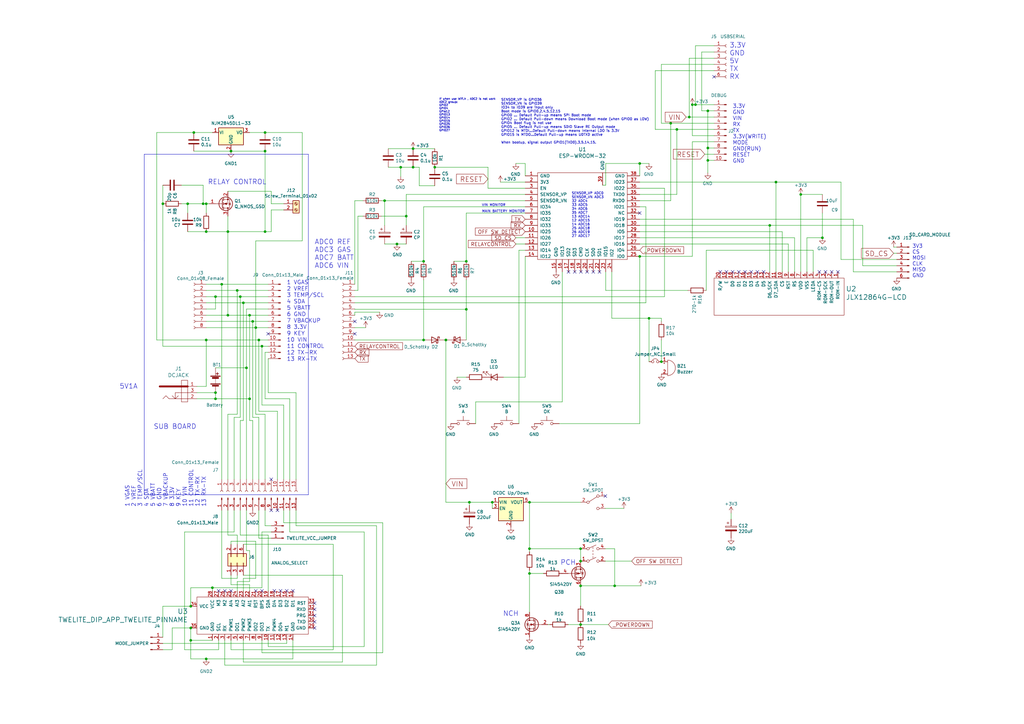
<source format=kicad_sch>
(kicad_sch (version 20230121) (generator eeschema)
  (paper "A3")
  (junction (at 169.418 60.96))
  (junction (at 93.472 129.286))
  (junction (at 282.702 48.006))
  (junction (at 66.802 83.566))
  (junction (at 79.502 54.356))
  (junction (at 328.422 79.756))
  (junction (at 191.262 107.188))
  (junction (at 290.322 65.786))
  (junction (at 102.362 163.576))
  (junction (at 157.734 82.296))
  (junction (at 98.552 121.666))
  (junction (at 84.582 94.996))
  (junction (at 78.232 248.666))
  (junction (at 262.382 67.056))
  (junction (at 277.622 53.086))
  (junction (at 191.262 126.873))
  (junction (at 166.624 88.646))
  (junction (at 94.742 61.976))
  (junction (at 252.095 240.284))
  (junction (at 99.822 124.206))
  (junction (at 107.442 141.986))
  (junction (at 97.282 119.126))
  (junction (at 90.932 116.586))
  (junction (at 178.308 68.58))
  (junction (at 108.712 54.356))
  (junction (at 315.722 92.456))
  (junction (at 238.125 256.159))
  (junction (at 164.338 68.58))
  (junction (at 201.93 205.994))
  (junction (at 266.192 130.556))
  (junction (at 262.382 105.156))
  (junction (at 88.392 121.666))
  (junction (at 162.814 100.076))
  (junction (at 108.712 94.996))
  (junction (at 76.962 83.566))
  (junction (at 83.312 83.566))
  (junction (at 88.392 163.576))
  (junction (at 84.582 139.446))
  (junction (at 182.88 139.446))
  (junction (at 271.272 148.336))
  (junction (at 173.736 139.446))
  (junction (at 78.232 262.636))
  (junction (at 217.17 225.044))
  (junction (at 337.312 97.536))
  (junction (at 84.582 83.566))
  (junction (at 173.736 107.188))
  (junction (at 106.172 139.446))
  (junction (at 192.532 205.994))
  (junction (at 88.392 161.036))
  (junction (at 238.125 240.284))
  (junction (at 318.262 74.676))
  (junction (at 238.125 230.124))
  (junction (at 275.082 50.546))
  (junction (at 103.632 131.826))
  (junction (at 104.902 134.366))
  (junction (at 217.17 235.204))
  (junction (at 283.972 42.926))
  (junction (at 169.418 68.58))
  (junction (at 78.232 257.556))
  (junction (at 93.472 94.996))
  (junction (at 101.092 150.876))
  (junction (at 290.322 45.466))
  (junction (at 290.322 60.706))
  (junction (at 217.17 205.994))
  (junction (at 102.362 129.286))
  (junction (at 84.582 270.256))
  (junction (at 108.712 61.976))
  (junction (at 238.125 225.044))
  (junction (at 87.122 241.046))
  (junction (at 285.242 42.926))
  (no_connect (at 295.402 111.506))
  (no_connect (at 297.942 111.506))
  (no_connect (at 248.285 203.454))
  (no_connect (at 117.602 242.316))
  (no_connect (at 112.522 242.316))
  (no_connect (at 300.482 111.506))
  (no_connect (at 129.032 257.556))
  (no_connect (at 145.542 131.826))
  (no_connect (at 240.792 111.506))
  (no_connect (at 129.032 247.396))
  (no_connect (at 235.712 111.506))
  (no_connect (at 89.662 242.316))
  (no_connect (at 145.542 136.906))
  (no_connect (at 129.032 252.476))
  (no_connect (at 129.032 255.016))
  (no_connect (at 245.872 111.506))
  (no_connect (at 115.062 242.316))
  (no_connect (at 313.182 111.506))
  (no_connect (at 341.122 111.506))
  (no_connect (at 92.202 242.316))
  (no_connect (at 129.032 249.936))
  (no_connect (at 310.642 111.506))
  (no_connect (at 120.142 242.316))
  (no_connect (at 111.252 209.296))
  (no_connect (at 243.332 111.506))
  (no_connect (at 111.252 196.596))
  (no_connect (at 308.102 111.506))
  (no_connect (at 303.022 111.506))
  (no_connect (at 338.582 111.506))
  (no_connect (at 305.562 111.506))
  (no_connect (at 104.902 242.316))
  (no_connect (at 238.252 111.506))
  (no_connect (at 109.982 136.906))
  (no_connect (at 292.862 31.496))
  (no_connect (at 113.792 209.296))
  (no_connect (at 262.382 87.376))
  (no_connect (at 336.042 111.506))
  (no_connect (at 94.742 242.316))
  (no_connect (at 343.662 111.506))
  (no_connect (at 233.172 111.506))
  (no_connect (at 107.442 242.316))
  (bus_entry (at 739.14 -311.15) (size 2.54 2.54))
  (wire (pts (xy 145.542 121.666) (xy 272.542 121.666)))
  (wire (pts (xy 191.262 87.376) (xy 191.262 107.188)))
  (wire (pts (xy 80.772 163.576) (xy 88.392 163.576)))
  (wire (pts (xy 109.982 161.036) (xy 121.412 161.036)))
  (wire (pts (xy 93.472 88.646) (xy 93.472 94.996)))
  (wire (pts (xy 87.122 241.046) (xy 78.232 241.046)))
  (wire (pts (xy 248.412 67.056) (xy 262.382 67.056)))
  (wire (pts (xy 171.958 68.58) (xy 169.418 68.58)))
  (wire (pts (xy 106.172 168.656) (xy 106.172 139.446)))
  (wire (pts (xy 97.282 119.126) (xy 109.982 119.126)))
  (wire (pts (xy 136.652 223.266) (xy 136.652 266.446)))
  (wire (pts (xy 337.312 97.536) (xy 330.962 97.536)))
  (wire (pts (xy 292.862 58.166) (xy 283.972 58.166)))
  (wire (pts (xy 277.622 53.086) (xy 268.732 53.086)))
  (wire (pts (xy 238.125 240.284) (xy 252.095 240.284)))
  (wire (pts (xy 84.582 83.566) (xy 85.852 83.566)))
  (wire (pts (xy 93.472 78.486) (xy 111.252 78.486)))
  (wire (pts (xy 212.852 102.616) (xy 215.392 102.616)))
  (wire (pts (xy 117.602 262.636) (xy 117.602 263.906)))
  (wire (pts (xy 98.552 219.456) (xy 98.552 209.296)))
  (wire (pts (xy 168.656 107.188) (xy 173.736 107.188)))
  (wire (pts (xy 350.012 89.916) (xy 350.012 111.506)))
  (wire (pts (xy 148.844 88.646) (xy 146.812 88.646)))
  (wire (pts (xy 353.822 108.966) (xy 367.792 108.966)))
  (wire (pts (xy 99.822 237.236) (xy 104.902 237.236)))
  (wire (pts (xy 99.822 242.316) (xy 99.822 237.236)))
  (wire (pts (xy 157.734 82.296) (xy 215.392 82.296)))
  (wire (pts (xy 262.382 84.836) (xy 264.922 84.836)))
  (wire (pts (xy 84.582 139.446) (xy 64.262 139.446)))
  (wire (pts (xy 262.382 92.456) (xy 315.722 92.456)))
  (wire (pts (xy 217.17 225.044) (xy 217.17 226.314)))
  (wire (pts (xy 96.012 196.596) (xy 96.012 171.196)))
  (wire (pts (xy 101.092 150.876) (xy 101.092 126.746)))
  (wire (pts (xy 252.095 225.044) (xy 252.095 240.284)))
  (wire (pts (xy 191.262 114.808) (xy 191.262 126.873)))
  (wire (pts (xy 271.272 26.416) (xy 271.272 50.546)))
  (wire (pts (xy 94.742 239.776) (xy 102.362 239.776)))
  (wire (pts (xy 94.742 221.996) (xy 94.742 223.266)))
  (wire (pts (xy 215.392 77.216) (xy 200.152 77.216)))
  (wire (pts (xy 78.232 241.046) (xy 78.232 248.666)))
  (wire (pts (xy 107.442 166.116) (xy 116.332 166.116)))
  (wire (pts (xy 154.432 272.796) (xy 92.202 272.796)))
  (wire (pts (xy 64.262 54.356) (xy 79.502 54.356)))
  (wire (pts (xy 292.862 26.416) (xy 271.272 26.416)))
  (wire (pts (xy 94.742 235.966) (xy 94.742 239.776)))
  (wire (pts (xy 287.782 45.466) (xy 290.322 45.466)))
  (wire (pts (xy 337.312 87.376) (xy 337.312 97.536)))
  (wire (pts (xy 262.382 94.996) (xy 320.802 94.996)))
  (wire (pts (xy 292.862 50.546) (xy 275.082 50.546)))
  (wire (pts (xy 248.412 75.946) (xy 248.412 67.056)))
  (wire (pts (xy 191.262 126.873) (xy 191.262 139.446)))
  (wire (pts (xy 157.734 82.296) (xy 157.734 92.456)))
  (wire (pts (xy 64.262 139.446) (xy 64.262 54.356)))
  (wire (pts (xy 101.092 126.746) (xy 109.982 126.746)))
  (wire (pts (xy 97.282 119.126) (xy 97.282 169.926)))
  (wire (pts (xy 148.844 82.296) (xy 145.542 82.296)))
  (wire (pts (xy 107.442 141.986) (xy 109.982 141.986)))
  (wire (pts (xy 282.702 48.006) (xy 281.432 48.006)))
  (wire (pts (xy 70.612 266.446) (xy 66.802 266.446)))
  (wire (pts (xy 103.632 196.596) (xy 103.632 172.466)))
  (wire (pts (xy 88.392 163.576) (xy 102.362 163.576)))
  (wire (pts (xy 217.17 235.204) (xy 222.885 235.204)))
  (wire (pts (xy 328.422 79.756) (xy 337.312 79.756)))
  (wire (pts (xy 230.632 111.506) (xy 230.632 164.846)))
  (wire (pts (xy 328.422 79.756) (xy 328.422 111.506)))
  (wire (pts (xy 78.232 262.636) (xy 78.232 257.556)))
  (wire (pts (xy 344.932 74.676) (xy 318.262 74.676)))
  (wire (pts (xy 215.392 97.536) (xy 211.582 97.536)))
  (wire (pts (xy 111.252 83.566) (xy 116.332 83.566)))
  (wire (pts (xy 108.712 163.576) (xy 108.712 144.526)))
  (wire (pts (xy 266.192 130.556) (xy 250.952 130.556)))
  (wire (pts (xy 118.872 218.186) (xy 118.872 209.296)))
  (wire (pts (xy 164.338 72.39) (xy 164.338 68.58)))
  (wire (pts (xy 97.282 169.926) (xy 93.472 169.926)))
  (wire (pts (xy 84.582 134.366) (xy 104.902 134.366)))
  (wire (pts (xy 106.172 139.446) (xy 109.982 139.446)))
  (wire (pts (xy 93.472 129.286) (xy 102.362 129.286)))
  (wire (pts (xy 76.962 83.566) (xy 83.312 83.566)))
  (wire (pts (xy 262.382 74.676) (xy 318.262 74.676)))
  (wire (pts (xy 102.362 163.576) (xy 102.362 129.286)))
  (wire (pts (xy 118.872 196.596) (xy 118.872 163.576)))
  (wire (pts (xy 201.93 205.994) (xy 201.93 208.534)))
  (wire (pts (xy 250.952 130.556) (xy 250.952 111.506)))
  (wire (pts (xy 344.932 74.676) (xy 344.932 106.426)))
  (wire (pts (xy 289.687 102.616) (xy 333.502 102.616)))
  (wire (pts (xy 102.362 238.506) (xy 97.282 238.506)))
  (wire (pts (xy 88.392 150.876) (xy 101.092 150.876)))
  (wire (pts (xy 145.542 126.873) (xy 145.542 126.746)))
  (wire (pts (xy 272.542 77.216) (xy 272.542 121.666)))
  (wire (pts (xy 271.272 139.446) (xy 271.272 148.336)))
  (wire (pts (xy 98.552 171.196) (xy 98.552 121.666)))
  (wire (pts (xy 149.352 218.186) (xy 118.872 218.186)))
  (wire (pts (xy 102.362 172.466) (xy 102.362 163.576)))
  (wire (pts (xy 238.125 256.159) (xy 249.555 256.159)))
  (wire (pts (xy 145.542 126.873) (xy 191.262 126.873)))
  (wire (pts (xy 123.952 98.806) (xy 123.952 54.356)))
  (wire (pts (xy 84.582 126.746) (xy 88.392 126.746)))
  (wire (pts (xy 102.362 225.806) (xy 102.362 238.506)))
  (wire (pts (xy 248.285 208.534) (xy 255.905 208.534)))
  (wire (pts (xy 200.152 68.58) (xy 200.152 77.216)))
  (wire (pts (xy 156.972 214.376) (xy 116.332 214.376)))
  (wire (pts (xy 215.392 154.686) (xy 215.392 105.156)))
  (wire (pts (xy 252.095 240.284) (xy 262.89 240.284)))
  (wire (pts (xy 88.392 126.746) (xy 88.392 121.666)))
  (wire (pts (xy 107.442 141.986) (xy 107.442 166.116)))
  (wire (pts (xy 215.392 79.756) (xy 166.624 79.756)))
  (wire (pts (xy 84.582 116.586) (xy 90.932 116.586)))
  (wire (pts (xy 149.352 265.176) (xy 149.352 218.186)))
  (wire (pts (xy 108.712 94.996) (xy 111.252 94.996)))
  (wire (pts (xy 290.322 65.786) (xy 290.322 70.866)))
  (wire (pts (xy 88.392 161.036) (xy 88.392 163.576)))
  (wire (pts (xy 292.862 55.626) (xy 283.972 55.626)))
  (wire (pts (xy 113.792 196.596) (xy 113.792 168.656)))
  (wire (pts (xy 366.522 101.346) (xy 367.792 101.346)))
  (wire (pts (xy 121.412 209.296) (xy 121.412 215.646)))
  (wire (pts (xy 140.462 235.966) (xy 140.462 271.526)))
  (wire (pts (xy 173.736 84.836) (xy 173.736 107.188)))
  (wire (pts (xy 154.432 215.646) (xy 154.432 272.796)))
  (wire (pts (xy 320.802 111.506) (xy 320.802 94.996)))
  (wire (pts (xy 99.822 223.266) (xy 136.652 223.266)))
  (wire (pts (xy 70.612 257.556) (xy 70.612 266.446)))
  (wire (pts (xy 315.722 92.456) (xy 353.822 92.456)))
  (wire (pts (xy 330.962 111.506) (xy 330.962 97.536)))
  (wire (pts (xy 118.872 163.576) (xy 108.712 163.576)))
  (wire (pts (xy 248.285 225.044) (xy 252.095 225.044)))
  (wire (pts (xy 262.382 105.156) (xy 262.382 173.736)))
  (wire (pts (xy 262.382 105.156) (xy 283.972 105.156)))
  (wire (pts (xy 285.242 42.926) (xy 283.972 42.926)))
  (wire (pts (xy 195.072 173.736) (xy 195.072 164.846)))
  (wire (pts (xy 166.624 79.756) (xy 166.624 88.646)))
  (wire (pts (xy 108.712 209.296) (xy 108.712 215.646)))
  (wire (pts (xy 74.422 75.946) (xy 83.312 75.946)))
  (wire (pts (xy 292.862 63.246) (xy 289.052 63.246)))
  (wire (pts (xy 182.118 139.446) (xy 182.88 139.446)))
  (wire (pts (xy 145.542 139.446) (xy 173.736 139.446)))
  (wire (pts (xy 120.142 270.256) (xy 120.142 262.636)))
  (wire (pts (xy 101.092 209.296) (xy 101.092 225.806)))
  (wire (pts (xy 66.802 141.986) (xy 107.442 141.986)))
  (wire (pts (xy 171.958 76.2) (xy 171.958 68.58)))
  (wire (pts (xy 366.522 103.886) (xy 367.792 103.886)))
  (wire (pts (xy 205.232 74.676) (xy 215.392 74.676)))
  (wire (pts (xy 78.232 262.636) (xy 78.232 270.256)))
  (wire (pts (xy 75.692 218.186) (xy 75.692 266.446)))
  (wire (pts (xy 206.502 154.686) (xy 215.392 154.686)))
  (wire (pts (xy 350.012 111.506) (xy 367.792 111.506)))
  (wire (pts (xy 106.172 220.726) (xy 106.172 209.296)))
  (wire (pts (xy 92.202 272.796) (xy 92.202 262.636)))
  (wire (pts (xy 93.472 94.996) (xy 108.712 94.996)))
  (wire (pts (xy 262.382 89.916) (xy 350.012 89.916)))
  (wire (pts (xy 90.932 116.586) (xy 90.932 196.596)))
  (wire (pts (xy 111.252 220.726) (xy 106.172 220.726)))
  (wire (pts (xy 238.125 225.044) (xy 238.125 230.124)))
  (polyline (pts (xy 59.182 202.946) (xy 126.492 202.946)))
  (wire (pts (xy 111.252 215.646) (xy 108.712 215.646)))
  (wire (pts (xy 88.392 121.666) (xy 98.552 121.666)))
  (wire (pts (xy 145.542 82.296) (xy 145.542 116.586)))
  (wire (pts (xy 353.822 92.456) (xy 353.822 108.966)))
  (wire (pts (xy 287.782 21.336) (xy 287.782 45.466)))
  (wire (pts (xy 66.802 83.566) (xy 66.802 141.986)))
  (wire (pts (xy 93.472 219.456) (xy 97.282 219.456)))
  (wire (pts (xy 97.282 238.506) (xy 97.282 242.316)))
  (wire (pts (xy 83.312 83.566) (xy 84.582 83.566)))
  (wire (pts (xy 116.332 214.376) (xy 116.332 209.296)))
  (wire (pts (xy 290.322 45.466) (xy 290.322 60.706)))
  (wire (pts (xy 182.88 139.446) (xy 183.642 139.446)))
  (wire (pts (xy 173.736 114.808) (xy 173.736 139.446)))
  (wire (pts (xy 145.542 124.206) (xy 264.922 124.206)))
  (wire (pts (xy 78.232 257.556) (xy 70.612 257.556)))
  (wire (pts (xy 323.342 100.076) (xy 323.342 111.506)))
  (wire (pts (xy 264.922 84.836) (xy 264.922 124.206)))
  (wire (pts (xy 192.532 205.994) (xy 192.532 207.264)))
  (wire (pts (xy 271.272 131.826) (xy 271.272 130.556)))
  (wire (pts (xy 96.012 218.186) (xy 75.692 218.186)))
  (wire (pts (xy 84.582 270.256) (xy 120.142 270.256)))
  (wire (pts (xy 271.272 50.546) (xy 275.082 50.546)))
  (wire (pts (xy 367.792 106.426) (xy 344.932 106.426)))
  (wire (pts (xy 121.412 161.036) (xy 121.412 196.596)))
  (wire (pts (xy 233.045 256.159) (xy 238.125 256.159)))
  (wire (pts (xy 212.852 173.736) (xy 212.852 102.616)))
  (wire (pts (xy 87.122 262.636) (xy 78.232 262.636)))
  (wire (pts (xy 99.822 262.636) (xy 99.822 271.526)))
  (wire (pts (xy 248.412 119.126) (xy 282.067 119.126)))
  (wire (pts (xy 292.862 42.926) (xy 285.242 42.926)))
  (wire (pts (xy 195.072 164.846) (xy 230.632 164.846)))
  (wire (pts (xy 211.582 100.076) (xy 215.392 100.076)))
  (wire (pts (xy 79.502 61.976) (xy 94.742 61.976)))
  (wire (pts (xy 99.822 124.206) (xy 109.982 124.206)))
  (wire (pts (xy 99.822 271.526) (xy 140.462 271.526)))
  (wire (pts (xy 166.624 88.646) (xy 166.624 92.456)))
  (wire (pts (xy 292.862 65.786) (xy 290.322 65.786)))
  (wire (pts (xy 211.582 67.056) (xy 215.392 67.056)))
  (wire (pts (xy 268.732 53.086) (xy 268.732 28.956)))
  (wire (pts (xy 182.88 139.446) (xy 182.88 205.994)))
  (wire (pts (xy 103.632 131.826) (xy 109.982 131.826)))
  (wire (pts (xy 145.542 128.016) (xy 155.702 128.016)))
  (wire (pts (xy 283.972 55.626) (xy 283.972 42.926)))
  (wire (pts (xy 107.442 218.186) (xy 107.442 241.046)))
  (wire (pts (xy 146.812 119.126) (xy 145.542 119.126)))
  (wire (pts (xy 75.692 266.446) (xy 89.662 266.446)))
  (wire (pts (xy 325.882 97.536) (xy 325.882 111.506)))
  (wire (pts (xy 292.862 48.006) (xy 282.702 48.006)))
  (wire (pts (xy 84.582 119.126) (xy 97.282 119.126)))
  (wire (pts (xy 102.362 242.316) (xy 102.362 239.776)))
  (wire (pts (xy 84.582 131.826) (xy 103.632 131.826)))
  (wire (pts (xy 89.662 266.446) (xy 89.662 262.636)))
  (wire (pts (xy 99.822 172.466) (xy 99.822 124.206)))
  (wire (pts (xy 182.88 205.994) (xy 192.532 205.994)))
  (wire (pts (xy 90.932 209.296) (xy 90.932 237.236)))
  (wire (pts (xy 217.17 233.934) (xy 217.17 235.204)))
  (wire (pts (xy 76.962 83.566) (xy 74.422 83.566)))
  (wire (pts (xy 97.282 237.236) (xy 90.932 237.236)))
  (wire (pts (xy 266.192 130.556) (xy 266.192 148.336)))
  (wire (pts (xy 78.232 270.256) (xy 84.582 270.256)))
  (wire (pts (xy 99.822 235.966) (xy 140.462 235.966)))
  (wire (pts (xy 108.712 144.526) (xy 109.982 144.526)))
  (wire (pts (xy 262.382 67.056) (xy 262.382 72.136)))
  (wire (pts (xy 109.982 262.636) (xy 109.982 265.176)))
  (wire (pts (xy 106.172 171.196) (xy 103.632 171.196)))
  (wire (pts (xy 178.308 68.58) (xy 200.152 68.58)))
  (wire (pts (xy 299.847 210.439) (xy 299.847 212.979)))
  (wire (pts (xy 248.412 111.506) (xy 248.412 119.126)))
  (wire (pts (xy 191.262 87.376) (xy 215.392 87.376)))
  (wire (pts (xy 162.814 100.076) (xy 157.734 100.076)))
  (wire (pts (xy 186.182 107.188) (xy 191.262 107.188)))
  (wire (pts (xy 116.332 166.116) (xy 116.332 196.596)))
  (wire (pts (xy 159.258 68.58) (xy 164.338 68.58)))
  (wire (pts (xy 80.772 161.036) (xy 88.392 161.036)))
  (wire (pts (xy 217.17 235.204) (xy 217.17 251.079)))
  (wire (pts (xy 271.272 130.556) (xy 266.192 130.556)))
  (wire (pts (xy 87.122 242.316) (xy 87.122 241.046)))
  (wire (pts (xy 145.542 129.286) (xy 145.542 128.016)))
  (wire (pts (xy 94.742 266.446) (xy 136.652 266.446)))
  (wire (pts (xy 98.552 196.596) (xy 98.552 172.466)))
  (wire (pts (xy 66.802 261.366) (xy 66.802 248.666)))
  (wire (pts (xy 229.362 173.736) (xy 262.382 173.736)))
  (wire (pts (xy 94.742 61.976) (xy 108.712 61.976)))
  (wire (pts (xy 109.982 147.066) (xy 109.982 161.036)))
  (wire (pts (xy 108.712 54.356) (xy 102.362 54.356)))
  (wire (pts (xy 121.412 215.646) (xy 154.432 215.646)))
  (wire (pts (xy 90.932 116.586) (xy 109.982 116.586)))
  (wire (pts (xy 282.702 48.006) (xy 282.702 23.876)))
  (wire (pts (xy 80.772 158.496) (xy 84.582 158.496)))
  (wire (pts (xy 123.952 54.356) (xy 108.712 54.356)))
  (wire (pts (xy 117.602 263.906) (xy 66.802 263.906)))
  (wire (pts (xy 104.902 98.806) (xy 123.952 98.806)))
  (polyline (pts (xy 59.182 63.246) (xy 126.492 63.246)))
  (wire (pts (xy 108.712 169.926) (xy 104.902 169.926)))
  (wire (pts (xy 104.902 134.366) (xy 104.902 98.806)))
  (wire (pts (xy 315.722 92.456) (xy 315.722 111.506)))
  (wire (pts (xy 109.982 242.316) (xy 109.982 219.456)))
  (wire (pts (xy 169.418 68.58) (xy 164.338 68.58)))
  (wire (pts (xy 109.982 219.456) (xy 98.552 219.456)))
  (wire (pts (xy 277.622 79.756) (xy 277.622 53.086)))
  (wire (pts (xy 262.382 77.216) (xy 272.542 77.216)))
  (wire (pts (xy 111.252 78.486) (xy 111.252 83.566)))
  (wire (pts (xy 173.736 84.836) (xy 215.392 84.836)))
  (wire (pts (xy 217.17 205.994) (xy 238.125 205.994)))
  (wire (pts (xy 101.092 225.806) (xy 102.362 225.806)))
  (wire (pts (xy 277.622 53.086) (xy 292.862 53.086)))
  (wire (pts (xy 289.687 119.126) (xy 289.687 102.616)))
  (wire (pts (xy 96.012 171.196) (xy 98.552 171.196)))
  (wire (pts (xy 166.624 100.076) (xy 162.814 100.076)))
  (wire (pts (xy 109.982 265.176) (xy 149.352 265.176)))
  (wire (pts (xy 104.902 169.926) (xy 104.902 134.366)))
  (wire (pts (xy 192.532 205.994) (xy 201.93 205.994)))
  (wire (pts (xy 215.392 67.056) (xy 215.392 72.136)))
  (wire (pts (xy 84.582 124.206) (xy 99.822 124.206)))
  (wire (pts (xy 76.962 87.376) (xy 76.962 83.566)))
  (wire (pts (xy 290.322 60.706) (xy 290.322 65.786)))
  (wire (pts (xy 101.092 196.596) (xy 101.092 150.876)))
  (wire (pts (xy 107.442 267.716) (xy 156.972 267.716)))
  (wire (pts (xy 191.262 154.686) (xy 187.452 154.686)))
  (wire (pts (xy 156.464 82.296) (xy 157.734 82.296)))
  (wire (pts (xy 98.552 172.466) (xy 99.822 172.466)))
  (wire (pts (xy 292.862 45.466) (xy 290.322 45.466)))
  (wire (pts (xy 224.79 256.159) (xy 225.425 256.159)))
  (wire (pts (xy 268.732 28.956) (xy 292.862 28.956)))
  (wire (pts (xy 83.312 75.946) (xy 83.312 83.566)))
  (wire (pts (xy 103.632 172.466) (xy 102.362 172.466)))
  (wire (pts (xy 111.252 94.996) (xy 111.252 86.106)))
  (wire (pts (xy 275.082 50.546) (xy 275.082 82.296)))
  (wire (pts (xy 84.582 121.666) (xy 88.392 121.666)))
  (wire (pts (xy 145.542 134.366) (xy 149.987 134.366)))
  (wire (pts (xy 84.582 87.376) (xy 84.582 83.566)))
  (wire (pts (xy 76.962 94.996) (xy 84.582 94.996)))
  (wire (pts (xy 283.972 58.166) (xy 283.972 105.156)))
  (wire (pts (xy 93.472 219.456) (xy 93.472 209.296)))
  (wire (pts (xy 111.252 86.106) (xy 116.332 86.106)))
  (wire (pts (xy 171.958 76.2) (xy 178.308 76.2)))
  (wire (pts (xy 247.142 75.946) (xy 248.412 75.946)))
  (wire (pts (xy 93.472 169.926) (xy 93.472 196.596)))
  (wire (pts (xy 108.712 61.976) (xy 108.712 94.996)))
  (wire (pts (xy 282.702 23.876) (xy 292.862 23.876)))
  (wire (pts (xy 111.252 218.186) (xy 107.442 218.186)))
  (wire (pts (xy 106.172 196.596) (xy 106.172 171.196)))
  (wire (pts (xy 292.862 60.706) (xy 290.322 60.706)))
  (wire (pts (xy 248.285 230.124) (xy 259.08 230.124)))
  (wire (pts (xy 84.582 129.286) (xy 93.472 129.286)))
  (wire (pts (xy 285.242 18.796) (xy 292.862 18.796)))
  (wire (pts (xy 94.742 221.996) (xy 104.902 221.996)))
  (wire (pts (xy 262.382 79.756) (xy 277.622 79.756)))
  (wire (pts (xy 93.472 94.996) (xy 93.472 129.286)))
  (wire (pts (xy 97.282 235.966) (xy 97.282 237.236)))
  (wire (pts (xy 173.736 139.446) (xy 174.498 139.446)))
  (wire (pts (xy 146.812 88.646) (xy 146.812 119.126)))
  (wire (pts (xy 217.17 205.994) (xy 217.17 225.044)))
  (wire (pts (xy 98.552 121.666) (xy 109.982 121.666)))
  (wire (pts (xy 104.902 134.366) (xy 109.982 134.366)))
  (wire (pts (xy 84.582 158.496) (xy 84.582 139.446)))
  (wire (pts (xy 262.382 100.076) (xy 323.342 100.076)))
  (wire (pts (xy 103.632 171.196) (xy 103.632 131.826)))
  (wire (pts (xy 94.742 262.636) (xy 94.742 266.446)))
  (wire (pts (xy 262.382 97.536) (xy 325.882 97.536)))
  (wire (pts (xy 96.012 209.296) (xy 96.012 218.186)))
  (wire (pts (xy 107.442 262.636) (xy 107.442 267.716)))
  (wire (pts (xy 156.972 267.716) (xy 156.972 214.376)))
  (polyline (pts (xy 59.182 98.806) (xy 59.182 202.946)))
  (wire (pts (xy 156.464 88.646) (xy 166.624 88.646)))
  (wire (pts (xy 66.802 248.666) (xy 78.232 248.666)))
  (wire (pts (xy 108.712 196.596) (xy 108.712 169.926)))
  (wire (pts (xy 318.262 111.506) (xy 318.262 74.676)))
  (polyline (pts (xy 59.182 98.806) (xy 59.182 63.246)))
  (wire (pts (xy 84.582 139.446) (xy 106.172 139.446)))
  (polyline (pts (xy 126.492 63.246) (xy 126.492 202.946)))
  (wire (pts (xy 262.382 67.056) (xy 266.192 67.056)))
  (wire (pts (xy 217.17 225.044) (xy 238.125 225.044)))
  (wire (pts (xy 79.502 54.356) (xy 87.122 54.356)))
  (wire (pts (xy 84.582 94.996) (xy 93.472 94.996)))
  (wire (pts (xy 66.802 75.946) (xy 66.802 83.566)))
  (wire (pts (xy 169.418 60.96) (xy 178.308 60.96)))
  (wire (pts (xy 285.242 42.926) (xy 285.242 18.796)))
  (wire (pts (xy 292.862 21.336) (xy 287.782 21.336)))
  (wire (pts (xy 107.442 241.046) (xy 87.122 241.046)))
  (wire (pts (xy 238.125 240.284) (xy 238.125 248.539)))
  (wire (pts (xy 113.792 168.656) (xy 106.172 168.656)))
  (wire (pts (xy 97.282 219.456) (xy 97.282 223.266)))
  (wire (pts (xy 262.382 82.296) (xy 275.082 82.296)))
  (wire (pts (xy 104.902 237.236) (xy 104.902 221.996)))
  (wire (pts (xy 102.362 129.286) (xy 109.982 129.286)))
  (wire (pts (xy 159.258 60.96) (xy 169.418 60.96)))
  (wire (pts (xy 333.502 102.616) (xy 333.502 111.506)))
  (text "ADC0 REF\nADC3 GAS\nADC7 BATT\nADC6 VIN\n" (at 129.032 110.236 0) (effects (font (size 2.0066 2.0066)) (justify left bottom)))
  (text "3.3V\nGND\nVIN\nRX\nTX\n3.3V(WRITE)\nMODE\nGND(RUN)\nRESET\nGND" (at 300.482 67.056 0) (effects (font (size 1.5494 1.5494)) (justify left bottom)))
  (text "PCH" (at 229.87 232.029 0) (effects (font (size 2.0066 2.0066)) (justify left bottom)))
  (text "If when use Wifi.h , ADC2 is not work\nADC2 group:\nGPIO2\nGPIO4\nGPIo12\nGPIO13\nGPIO14\nGPIO15\nGPIO25\nGPIO26\nGPIO27\n" (at 180.086 54.102 0) (effects (font (size 0.8 0.8)) (justify left bottom)))
  (text "SUB BOARD" (at 62.992 176.276 0) (effects (font (size 2.0066 2.0066)) (justify left bottom)))
  (text "SENSOR_VP is GPIO36\nSENSOR_VN is GPIO39\nIO34 to IO39 are input only\nBoot mode is GPIO0,2,4,5,12,15\nGPIO0 ... Default Pull-up means SPI Boot mode\nGPIO2 ... Default Pull-down means Download Boot mode (when GPIO0 as LOW) \nGPIO4 Boot flug is not use\nGPIO5 ... Default Pull-up means SDIO Slave RE Output mode\nGPIO12 is MTDI...Default Pull-down means Internal LDO is 3.3V\nGPIO15 is MTDO...Default Pull-up means U0TXD active\n\nWhen bootup, signal output GPIO1(TXD0),3,5,14,15. " (at 205.486 59.182 0) (effects (font (size 0.9906 0.9906)) (justify left bottom)))
  (text "RELAY CONTROL" (at 85.217 75.946 0) (effects (font (size 2.0066 2.0066)) (justify left bottom)))
  (text "3.3V\nGND\n5V\nTX\nRX" (at 299.212 32.766 0) (effects (font (size 2 2)) (justify left bottom)))
  (text "MAIN BATTERY MONITOR" (at 197.612 87.376 0) (effects (font (size 0.9906 0.9906)) (justify left bottom)))
  (text "1 VGAS\n2 VREF\n3 TEMP/SCL\n4 SDA\n5 VBATT\n6 GND\n7 VBACKUP\n8 3.3V\n9 KEY\n10 VIN\n11 CONTROL\n12 TX-RX\n13 RX-TX" (at 117.602 148.336 0) (effects (font (size 1.6256 1.6256)) (justify left bottom)))
  (text "1 VGAS\n2 VREF\n3 TEMP/SCL\n4 SDA\n5 VBATT\n6 GND\n7 VBACKUP\n8 3.3V\n9 KEY\n10 VIN\n11 CONTROL\n12 TX-RX\n13 RX-TX" (at 84.582 208.026 90) (effects (font (size 1.6256 1.6256)) (justify left bottom)))
  (text "VIN MONITOR" (at 197.612 84.836 0) (effects (font (size 0.9906 0.9906)) (justify left bottom)))
  (text "NCH" (at 212.725 252.984 0) (effects (font (size 2.0066 2.0066)) (justify right bottom)))
  (text "5V1A" (at 49.022 159.766 0) (effects (font (size 2.0066 2.0066)) (justify left bottom)))
  (text "SENSOR_VP ADC0\nSENSOR_VN ADC3\n32 ADC4\n33 ADC5\n34 ADC6\n35 ADC7\n13 ADC14\n12 ADC15\n14 ADC16\n25 ADC18\n26 ADC19\n27 ADC17\n" (at 234.442 97.536 0) (effects (font (size 0.9906 0.9906)) (justify left bottom)))
  (text "3V3\nCS\nMOSI\nCLK\nMISO\nGND" (at 374.142 114.046 0) (effects (font (size 1.4986 1.4986)) (justify left bottom)))
  (global_label "SD_CS" (shape input) (at 211.582 97.536 180) (effects (font (size 1.4986 1.4986))) (property "Intersheetrefs" "${INTERSHEET_REFS}" (effects hide)))
  (global_label "_POWERDOWN" (shape input) (at 249.555 256.159 0) (effects (font (size 1.5 1.5))) (property "Intersheetrefs" "${INTERSHEET_REFS}" (effects hide)))
  (global_label "RELAYCONTROL" (shape input) (at 145.542 141.986 0) (effects (font (size 1.4986 1.4986))) (property "Intersheetrefs" "${INTERSHEET_REFS}" (effects hide)))
  (global_label "VIN" (shape input) (at 182.88 198.374 0) (effects (font (size 2.0066 2.0066))) (property "Intersheetrefs" "${INTERSHEET_REFS}" (effects hide)))
  (global_label "RELAYCONTROL" (shape input) (at 211.582 100.076 180) (effects (font (size 1.4986 1.4986))) (property "Intersheetrefs" "${INTERSHEET_REFS}" (effects hide)))
  (global_label "TX" (shape input) (at 215.392 89.916 180) (effects (font (size 1.4986 1.4986))) (property "Intersheetrefs" "${INTERSHEET_REFS}" (effects hide)))
  (global_label "_POWERDOWN" (shape input) (at 262.382 102.616 0) (effects (font (size 1.5 1.5))) (property "Intersheetrefs" "${INTERSHEET_REFS}" (effects hide)))
  (global_label "TX" (shape input) (at 145.542 147.066 0) (effects (font (size 1.4986 1.4986))) (property "Intersheetrefs" "${INTERSHEET_REFS}" (effects hide)))
  (global_label "RESET" (shape input) (at 289.052 63.246 180) (effects (font (size 2.0066 2.0066))) (property "Intersheetrefs" "${INTERSHEET_REFS}" (effects hide)))
  (global_label "RX" (shape input) (at 215.392 92.456 180) (effects (font (size 1.4986 1.4986))) (property "Intersheetrefs" "${INTERSHEET_REFS}" (effects hide)))
  (global_label "VIN" (shape input) (at 281.432 48.006 180) (effects (font (size 2.0066 2.0066))) (property "Intersheetrefs" "${INTERSHEET_REFS}" (effects hide)))
  (global_label "OFF SW DETECT" (shape input) (at 259.08 230.124 0) (effects (font (size 1.5 1.5))) (property "Intersheetrefs" "${INTERSHEET_REFS}" (effects hide)))
  (global_label "SD_CS" (shape input) (at 366.522 103.886 180) (effects (font (size 2.0066 2.0066))) (property "Intersheetrefs" "${INTERSHEET_REFS}" (effects hide)))
  (global_label "RX" (shape input) (at 145.542 144.526 0) (effects (font (size 1.4986 1.4986))) (property "Intersheetrefs" "${INTERSHEET_REFS}" (effects hide)))
  (global_label "RESET" (shape input) (at 200.152 73.406 180) (effects (font (size 2.0066 2.0066))) (property "Intersheetrefs" "${INTERSHEET_REFS}" (effects hide)))
  (global_label "OFF SW DETECT" (shape input) (at 215.392 94.996 180) (effects (font (size 1.5 1.5))) (property "Intersheetrefs" "${INTERSHEET_REFS}" (effects hide)))
  (symbol (lib_id "Device:Buzzer") (at 273.812 150.876 0) (unit 1)
    (property "Reference" "BZ1" (at 277.6728 150.1394 0) (effects (justify left)))
    (property "Value" "Buzzer" (at 277.6728 152.4508 0) (effects (justify left)))
    (property "Footprint" "Buzzer_Beeper:MagneticBuzzer_ProSignal_ABI-010-RC" (effects hide))
  )
  (symbol (lib_id "power:GND") (at 271.272 153.416 0) (unit 1)
    (property "Reference" "#PWR0106" (effects hide))
    (property "Value" "GND" (at 271.399 157.8102 0))
  )
  (symbol (lib_id "Device:R") (at 271.272 135.636 0) (unit 1)
    (property "Reference" "R17" (at 273.05 134.4676 0) (effects (justify left)))
    (property "Value" "10k" (at 273.05 136.779 0) (effects (justify left)))
    (property "Footprint" "Resistor_SMD:R_0603_1608Metric" (effects hide))
  )
  (symbol (lib_id "ozone12864-rescue:Jumper_NC_Small-Device") (at 268.732 148.336 0) (unit 1)
    (property "Reference" "JP4" (at 268.732 142.9512 0))
    (property "Value" "Jumper_NC_Small" (at 268.732 145.2626 0))
    (property "Footprint" "Jumper:SolderJumper-2_P1.3mm_Bridged_RoundedPad1.0x1.5mm" (effects hide))
  )
  (symbol (lib_id "Device:R") (at 152.654 82.296 270) (unit 1)
    (property "Reference" "R2" (at 152.654 79.756 90))
    (property "Value" "510k" (at 152.654 82.296 90))
    (property "Footprint" "Resistor_SMD:R_0603_1608Metric" (effects hide))
  )
  (symbol (lib_id "Device:R") (at 152.654 88.646 270) (unit 1)
    (property "Reference" "R3" (at 152.654 86.106 90))
    (property "Value" "510k" (at 152.654 88.646 90))
    (property "Footprint" "Resistor_SMD:R_0603_1608Metric" (effects hide))
  )
  (symbol (lib_id "ozone12864-rescue:CP-Device") (at 157.734 96.266 0) (unit 1)
    (property "Reference" "C1" (at 151.384 94.996 0) (effects (justify left)))
    (property "Value" "CP" (at 151.384 97.536 0) (effects (justify left)))
    (property "Footprint" "Capacitor_THT:CP_Radial_D5.0mm_P2.00mm" (effects hide))
  )
  (symbol (lib_id "ozone12864-rescue:CP-Device") (at 166.624 96.266 0) (unit 1)
    (property "Reference" "C2" (at 169.6212 95.0976 0) (effects (justify left)))
    (property "Value" "CP" (at 169.6212 97.409 0) (effects (justify left)))
    (property "Footprint" "Capacitor_THT:CP_Radial_D5.0mm_P2.00mm" (effects hide))
  )
  (symbol (lib_id "Device:LED") (at 202.692 154.686 0) (mirror x) (unit 1)
    (property "Reference" "D3" (at 202.5142 148.209 0))
    (property "Value" "LED" (at 202.5142 150.5204 0))
    (property "Footprint" "LED_THT:LED_D3.0mm" (effects hide))
  )
  (symbol (lib_id "Device:R") (at 195.072 154.686 90) (mirror x) (unit 1)
    (property "Reference" "R15" (at 195.072 149.4282 90))
    (property "Value" "75" (at 195.072 151.7396 90))
    (property "Footprint" "Resistor_SMD:R_0603_1608Metric" (effects hide))
  )
  (symbol (lib_id "power:GND") (at 187.452 154.686 0) (mirror y) (unit 1)
    (property "Reference" "#PWR0113" (effects hide))
    (property "Value" "GND" (at 187.325 159.0802 0))
  )
  (symbol (lib_id "Switch:SW_Push") (at 207.772 173.736 0) (unit 1)
    (property "Reference" "SW4" (at 207.772 166.497 0))
    (property "Value" "B" (at 207.772 168.8084 0))
    (property "Footprint" "Button_Switch_THT:SW_PUSH_6mm" (effects hide))
  )
  (symbol (lib_id "Switch:SW_Push") (at 189.992 173.736 0) (unit 1)
    (property "Reference" "SW3" (at 189.992 166.497 0))
    (property "Value" "A" (at 189.992 168.8084 0))
    (property "Footprint" "Button_Switch_THT:SW_PUSH_6mm" (effects hide))
  )
  (symbol (lib_id "Switch:SW_Push") (at 224.282 173.736 0) (unit 1)
    (property "Reference" "SW5" (at 224.282 166.497 0))
    (property "Value" "OK" (at 224.282 168.8084 0))
    (property "Footprint" "Button_Switch_THT:SW_PUSH_6mm" (effects hide))
  )
  (symbol (lib_id "Device:R") (at 191.262 110.998 180) (unit 1)
    (property "Reference" "R7" (at 193.802 110.998 90))
    (property "Value" "510k" (at 191.262 110.998 90))
    (property "Footprint" "Resistor_SMD:R_0603_1608Metric" (effects hide))
  )
  (symbol (lib_id "ozone12864-rescue:ESP-WROOM-32-nanbuwks") (at 239.522 89.916 0) (unit 1)
    (property "Reference" "U1" (at 238.887 61.2648 0) (effects (font (size 1.524 1.524))))
    (property "Value" "ESP-WROOM-32" (at 238.887 63.9572 0) (effects (font (size 1.524 1.524))))
    (property "Footprint" "library:ESP-WROOM-32" (effects hide))
  )
  (symbol (lib_id "power:GND") (at 155.702 128.016 0) (unit 1)
    (property "Reference" "#PWR0101" (effects hide))
    (property "Value" "GND" (at 159.512 129.286 0))
  )
  (symbol (lib_id "power:GND") (at 162.814 100.076 0) (unit 1)
    (property "Reference" "#PWR0102" (effects hide))
    (property "Value" "GND" (at 162.941 104.4702 0))
  )
  (symbol (lib_id "power:+3.3V") (at 205.232 74.676 0) (mirror y) (unit 1)
    (property "Reference" "#PWR0103" (effects hide))
    (property "Value" "+3.3V" (at 209.042 73.406 0))
  )
  (symbol (lib_id "power:GND") (at 211.582 67.056 0) (mirror y) (unit 1)
    (property "Reference" "#PWR0104" (effects hide))
    (property "Value" "GND" (at 211.455 71.4502 0))
  )
  (symbol (lib_id "Device:C") (at 178.308 72.39 0) (unit 1)
    (property "Reference" "C5" (at 181.229 71.2216 0) (effects (justify left)))
    (property "Value" "0.1u" (at 181.229 73.533 0) (effects (justify left)))
    (property "Footprint" "Capacitor_SMD:C_0603_1608Metric" (effects hide))
  )
  (symbol (lib_id "Device:R") (at 178.308 64.77 180) (unit 1)
    (property "Reference" "R1" (at 180.848 64.77 90))
    (property "Value" "10k" (at 178.308 64.77 90))
    (property "Footprint" "Resistor_SMD:R_0603_1608Metric" (effects hide))
  )
  (symbol (lib_id "Device:C") (at 159.258 64.77 0) (unit 1)
    (property "Reference" "C3" (at 162.179 63.6016 0) (effects (justify left)))
    (property "Value" "10u" (at 162.179 65.913 0) (effects (justify left)))
    (property "Footprint" "Capacitor_SMD:C_0603_1608Metric" (effects hide))
  )
  (symbol (lib_id "Device:C") (at 169.418 64.77 0) (unit 1)
    (property "Reference" "C4" (at 172.339 63.6016 0) (effects (justify left)))
    (property "Value" "0.1u" (at 172.339 65.913 0) (effects (justify left)))
    (property "Footprint" "Capacitor_SMD:C_0603_1608Metric" (effects hide))
  )
  (symbol (lib_id "power:GND") (at 164.338 72.39 0) (mirror y) (unit 1)
    (property "Reference" "#PWR0105" (effects hide))
    (property "Value" "GND" (at 164.211 76.7842 0))
  )
  (symbol (lib_id "power:+3.3V") (at 169.418 60.96 0) (mirror y) (unit 1)
    (property "Reference" "#PWR0107" (effects hide))
    (property "Value" "+3.3V" (at 173.228 59.69 0))
  )
  (symbol (lib_id "Connector:Conn_01x10_Male") (at 297.942 53.086 0) (mirror y) (unit 1)
    (property "Reference" "J2" (at 298.6532 53.7464 0) (effects (justify right)))
    (property "Value" "DEBUG" (at 291.592 39.116 0) (effects (justify right)))
    (property "Footprint" "Connector_PinHeader_2.54mm:PinHeader_1x10_P2.54mm_Vertical" (effects hide))
  )
  (symbol (lib_id "power:+3.3V") (at 283.972 42.926 0) (mirror y) (unit 1)
    (property "Reference" "#PWR0108" (effects hide))
    (property "Value" "+3.3V" (at 287.782 41.656 0))
  )
  (symbol (lib_id "power:GND") (at 266.192 67.056 0) (mirror y) (unit 1)
    (property "Reference" "#PWR0109" (effects hide))
    (property "Value" "GND" (at 266.065 71.4502 0))
  )
  (symbol (lib_id "power:GND") (at 290.322 70.866 0) (mirror y) (unit 1)
    (property "Reference" "#PWR0110" (effects hide))
    (property "Value" "GND" (at 290.195 75.2602 0))
  )
  (symbol (lib_id "Connector:Conn_01x13_Male") (at 115.062 131.826 0) (mirror y) (unit 1)
    (property "Reference" "J9" (at 103.632 112.776 0) (effects (justify right)))
    (property "Value" "Conn_01x13_Male" (at 107.442 112.776 0) (effects (justify right)))
    (property "Footprint" "Connector_PinSocket_2.54mm:PinSocket_1x13_P2.54mm_Horizontal" (effects hide))
  )
  (symbol (lib_id "Connector:Conn_01x13_Female") (at 140.462 131.826 0) (mirror y) (unit 1)
    (property "Reference" "J11" (at 143.2052 111.887 0))
    (property "Value" "Conn_01x13_Female" (at 135.382 114.046 0))
    (property "Footprint" "Connector_PinHeader_2.54mm:PinHeader_1x13_P2.54mm_Vertical" (effects hide))
  )
  (symbol (lib_id "Device:Q_NMOS_GSD") (at 90.932 83.566 0) (mirror x) (unit 1)
    (property "Reference" "Q1" (at 96.139 82.3976 0) (effects (justify left)))
    (property "Value" "Q_NMOS_GSD" (at 96.139 84.709 0) (effects (justify left)))
    (property "Footprint" "Package_TO_SOT_SMD:TO-252-2" (effects hide))
  )
  (symbol (lib_id "Device:R") (at 70.612 83.566 270) (unit 1)
    (property "Reference" "R8" (at 71.7804 85.344 0) (effects (justify left)))
    (property "Value" "1k" (at 69.469 85.344 0) (effects (justify left)))
    (property "Footprint" "Resistor_SMD:R_0603_1608Metric" (effects hide))
  )
  (symbol (lib_id "Device:C") (at 70.612 75.946 270) (unit 1)
    (property "Reference" "C6" (at 71.7804 78.867 0) (effects (justify left)))
    (property "Value" "20p" (at 69.469 78.867 0) (effects (justify left)))
    (property "Footprint" "Capacitor_SMD:C_0603_1608Metric" (effects hide))
  )
  (symbol (lib_id "Connector:Conn_01x06_Male") (at 372.872 106.426 0) (mirror y) (unit 1)
    (property "Reference" "J13" (at 370.332 97.536 0) (effects (justify right)))
    (property "Value" "SD_CARD_MODULE" (at 372.872 96.266 0) (effects (justify right)))
    (property "Footprint" "Connector_PinHeader_2.54mm:PinHeader_1x06_P2.54mm_Vertical" (effects hide))
  )
  (symbol (lib_id "power:+3.3V") (at 366.522 101.346 0) (mirror y) (unit 1)
    (property "Reference" "#PWR0121" (effects hide))
    (property "Value" "+3.3V" (at 366.522 97.536 0))
  )
  (symbol (lib_id "power:GND") (at 228.092 111.506 0) (mirror y) (unit 1)
    (property "Reference" "#PWR0122" (effects hide))
    (property "Value" "GND" (at 227.965 115.9002 0))
  )
  (symbol (lib_id "power:GND") (at 367.792 114.046 0) (mirror y) (unit 1)
    (property "Reference" "#PWR0123" (effects hide))
    (property "Value" "GND" (at 367.665 118.4402 0))
  )
  (symbol (lib_id "Switch:SW_DPST") (at 243.205 227.584 0) (unit 1)
    (property "Reference" "SW2" (at 243.205 219.329 0))
    (property "Value" "SW_DPST" (at 243.205 221.6404 0))
    (property "Footprint" "library:5.8x5.8_7.0x7.0_8.5x8.5_SWITCH_EDGEMOUNT" (effects hide))
  )
  (symbol (lib_id "ozone12864-rescue:TWELITE_DIP_APP_TWELITE_PINNAME-nanbuwks") (at 103.632 252.476 90) (unit 1)
    (property "Reference" "U3" (at 77.1144 250.7488 90) (effects (font (size 2.0066 2.0066)) (justify left)))
    (property "Value" "TWELITE_DIP_APP_TWELITE_PINNAME" (at 77.1144 254.1778 90) (effects (font (size 2.0066 2.0066)) (justify left)))
    (property "Footprint" "library:TWE-LITE-DIP-PCB" (effects hide))
  )
  (symbol (lib_id "power:GND") (at 209.55 216.154 0) (mirror y) (unit 1)
    (property "Reference" "#PWR0124" (effects hide))
    (property "Value" "GND" (at 209.423 220.5482 0))
  )
  (symbol (lib_id "Connector:Conn_01x13_Male") (at 106.172 204.216 90) (mirror x) (unit 1)
    (property "Reference" "J8" (at 87.122 211.836 90) (effects (justify right)))
    (property "Value" "Conn_01x13_Male" (at 72.517 214.376 90) (effects (justify right)))
    (property "Footprint" "Connector_PinHeader_2.54mm:PinHeader_1x13_P2.54mm_Vertical" (effects hide))
  )
  (symbol (lib_id "Connector:Conn_01x13_Female") (at 106.172 201.676 90) (mirror x) (unit 1)
    (property "Reference" "J7" (at 88.392 192.786 90))
    (property "Value" "Conn_01x13_Female" (at 80.137 189.611 90))
    (property "Footprint" "Connector_PinHeader_2.54mm:PinHeader_1x13_P2.54mm_Vertical" (effects hide))
  )
  (symbol (lib_id "ozone12864-rescue:JLX12864G-LCD-nanbuwks") (at 319.532 121.666 180) (unit 1)
    (property "Reference" "U2" (at 346.9132 118.4656 0) (effects (font (size 2.0066 2.0066)) (justify right)))
    (property "Value" "JLX12864G-LCD" (at 346.9132 121.8946 0) (effects (font (size 2.0066 2.0066)) (justify right)))
    (property "Footprint" "library:JLX12864G_128x64_2.11in_LCD_Module" (effects hide))
  )
  (symbol (lib_id "power:GND") (at 337.312 97.536 0) (mirror y) (unit 1)
    (property "Reference" "#PWR0112" (effects hide))
    (property "Value" "GND" (at 337.185 101.9302 0))
  )
  (symbol (lib_id "power:+3.3V") (at 328.422 79.756 0) (mirror y) (unit 1)
    (property "Reference" "#PWR0114" (effects hide))
    (property "Value" "+3.3V" (at 328.422 75.946 0))
  )
  (symbol (lib_id "Device:R") (at 186.182 110.998 180) (unit 1)
    (property "Reference" "R6" (at 188.722 110.998 90))
    (property "Value" "510k" (at 186.182 110.998 90))
    (property "Footprint" "Resistor_SMD:R_0603_1608Metric" (effects hide))
  )
  (symbol (lib_id "power:GND") (at 186.182 114.808 0) (mirror y) (unit 1)
    (property "Reference" "#PWR0125" (effects hide))
    (property "Value" "GND" (at 186.055 119.2022 0))
  )
  (symbol (lib_id "power:GND") (at 184.912 173.736 0) (mirror y) (unit 1)
    (property "Reference" "#PWR0115" (effects hide))
    (property "Value" "GND" (at 184.785 178.1302 0))
  )
  (symbol (lib_id "power:GND") (at 202.692 173.736 0) (mirror y) (unit 1)
    (property "Reference" "#PWR0116" (effects hide))
    (property "Value" "GND" (at 202.565 178.1302 0))
  )
  (symbol (lib_id "power:GND") (at 219.202 173.736 0) (mirror y) (unit 1)
    (property "Reference" "#PWR0117" (effects hide))
    (property "Value" "GND" (at 219.075 178.1302 0))
  )
  (symbol (lib_id "Device:Battery") (at 88.392 155.956 0) (unit 1)
    (property "Reference" "BT1" (at 87.122 149.606 0) (effects (justify left)))
    (property "Value" "Battery" (at 84.582 166.116 0) (effects (justify left)))
    (property "Footprint" "Connector_JST:JST_XH_B2B-XH-AM_1x02_P2.50mm_Vertical" (effects hide))
  )
  (symbol (lib_id "ozone12864-rescue:DCJACK-nanbuwks") (at 69.342 159.766 0) (unit 1)
    (property "Reference" "J1" (at 73.2028 151.2062 0) (effects (font (size 1.524 1.524))))
    (property "Value" "DCJACK" (at 73.2028 153.8986 0) (effects (font (size 1.524 1.524))))
    (property "Footprint" "library:DCJACK" (effects hide))
  )
  (symbol (lib_id "Switch:SW_SPDT") (at 243.205 205.994 0) (unit 1)
    (property "Reference" "SW1" (at 243.205 198.755 0))
    (property "Value" "SW_SPDT" (at 243.205 201.0664 0))
    (property "Footprint" "library:SS-12F23_SLIDE_SWITCH" (effects hide))
  )
  (symbol (lib_id "power:+3.3V") (at 255.905 208.534 0) (mirror y) (unit 1)
    (property "Reference" "#PWR0119" (effects hide))
    (property "Value" "+3.3V" (at 255.905 204.724 0))
  )
  (symbol (lib_id "Device:R") (at 285.877 119.126 270) (unit 1)
    (property "Reference" "R16" (at 287.0454 120.904 0) (effects (justify left)))
    (property "Value" "270-1k" (at 284.734 120.904 0) (effects (justify left)))
    (property "Footprint" "Resistor_SMD:R_0603_1608Metric" (effects hide))
  )
  (symbol (lib_id "ozone12864-rescue:CP-Device") (at 192.532 211.074 0) (unit 1)
    (property "Reference" "C8" (at 195.5292 209.9056 0) (effects (justify left)))
    (property "Value" "220uF" (at 195.5292 212.217 0) (effects (justify left)))
    (property "Footprint" "Capacitor_THT:CP_Radial_D5.0mm_P2.00mm" (effects hide))
  )
  (symbol (lib_id "Device:C") (at 337.312 83.566 180) (unit 1)
    (property "Reference" "C9" (at 343.662 86.106 0) (effects (justify left)))
    (property "Value" "10uF" (at 343.662 82.296 0) (effects (justify left)))
    (property "Footprint" "Capacitor_SMD:C_0603_1608Metric" (effects hide))
  )
  (symbol (lib_id "Connector_Generic:Conn_02x03_Odd_Even") (at 97.282 230.886 90) (unit 1)
    (property "Reference" "J6" (at 102.0572 228.4476 90) (effects (justify right)))
    (property "Value" "ANALOG_SELECT" (at 111.252 230.886 90) (effects (justify right)))
    (property "Footprint" "Connector_PinHeader_2.54mm:PinHeader_2x03_P2.54mm_Vertical" (effects hide))
  )
  (symbol (lib_id "power:GND") (at 192.532 214.884 0) (unit 1)
    (property "Reference" "#PWR0131" (effects hide))
    (property "Value" "GND" (at 192.659 219.2782 0))
  )
  (symbol (lib_id "Device:D_Schottky") (at 187.452 139.446 0) (mirror x) (unit 1)
    (property "Reference" "D1" (at 187.452 141.986 0))
    (property "Value" "D_Schottky" (at 194.437 141.351 0))
    (property "Footprint" "Diode_SMD:D_SOD-123" (effects hide))
  )
  (symbol (lib_id "Connector:Conn_01x08_Female") (at 79.502 124.206 0) (mirror y) (unit 1)
    (property "Reference" "J3" (at 82.2452 111.887 0))
    (property "Value" "Conn_01x08_Female" (at 82.2452 114.1984 0))
    (property "Footprint" "Connector_PinHeader_2.54mm:PinHeader_1x08_P2.54mm_Vertical" (effects hide))
  )
  (symbol (lib_id "Device:C") (at 76.962 91.186 180) (unit 1)
    (property "Reference" "C7" (at 74.041 92.3544 0) (effects (justify left)))
    (property "Value" "10u" (at 74.041 90.043 0) (effects (justify left)))
    (property "Footprint" "Capacitor_SMD:C_0603_1608Metric" (effects hide))
  )
  (symbol (lib_id "Device:R") (at 84.582 91.186 180) (unit 1)
    (property "Reference" "R9" (at 82.804 92.3544 0) (effects (justify left)))
    (property "Value" "10k" (at 82.804 90.043 0) (effects (justify left)))
    (property "Footprint" "Resistor_SMD:R_0603_1608Metric" (effects hide))
  )
  (symbol (lib_id "Connector:Conn_01x03_Male") (at 61.722 263.906 0) (unit 1)
    (property "Reference" "J4" (at 64.4652 256.7686 0))
    (property "Value" "MODE_JUMPER" (at 54.102 263.906 0))
    (property "Footprint" "Connector_PinHeader_2.54mm:PinHeader_1x03_P2.54mm_Vertical" (effects hide))
  )
  (symbol (lib_id "Connector:Conn_01x03_Male") (at 116.332 218.186 180) (unit 1)
    (property "Reference" "J10" (at 113.5888 225.3234 0))
    (property "Value" "TWELITE_VCC_JUMPER" (at 127.762 220.726 0))
    (property "Footprint" "Connector_PinHeader_2.54mm:PinHeader_1x03_P2.54mm_Vertical" (effects hide))
  )
  (symbol (lib_id "Connector:Screw_Terminal_01x02") (at 121.412 83.566 0) (unit 1)
    (property "Reference" "J12" (at 119.3292 78.0542 0))
    (property "Value" "Screw_Terminal_01x02" (at 119.3292 80.3656 0))
    (property "Footprint" "TerminalBlock_Phoenix:TerminalBlock_Phoenix_MKDS-1,5-2-5.08_1x02_P5.08mm_Horizontal" (effects hide))
  )
  (symbol (lib_id "ozone12864-rescue:CP-Device") (at 299.847 216.789 0) (unit 1)
    (property "Reference" "C12" (at 302.8442 215.6206 0) (effects (justify left)))
    (property "Value" "220uF" (at 302.8442 217.932 0) (effects (justify left)))
    (property "Footprint" "Capacitor_THT:CP_Radial_D5.0mm_P2.00mm" (effects hide))
  )
  (symbol (lib_id "power:GND") (at 299.847 220.599 0) (mirror y) (unit 1)
    (property "Reference" "#PWR01" (effects hide))
    (property "Value" "GND" (at 299.72 224.9932 0))
  )
  (symbol (lib_id "power:GND2") (at 103.632 209.296 0) (unit 1)
    (property "Reference" "#PWR03" (effects hide))
    (property "Value" "GND2" (at 103.632 214.376 0))
  )
  (symbol (lib_id "power:GND") (at 217.17 261.239 0) (unit 1)
    (property "Reference" "#PWR06" (effects hide))
    (property "Value" "GND" (at 217.17 265.684 0))
  )
  (symbol (lib_id "Transistor_FET:Si4542DY") (at 219.71 256.159 0) (mirror y) (unit 1)
    (property "Reference" "Q3" (at 213.36 255.524 0) (effects (justify left)))
    (property "Value" "Si4542DY" (at 213.36 258.064 0) (effects (justify left)))
    (property "Footprint" "Package_SO:SO-8_5.3x6.2mm_P1.27mm" (effects hide))
    (property "Datasheet" "https://www.onsemi.com/pub/Collateral/SI4542DY-D.PDF" (effects hide))
  )
  (symbol (lib_id "Device:C") (at 108.712 58.166 0) (unit 1)
    (property "Reference" "C10" (at 111.633 56.9976 0) (effects (justify left)))
    (property "Value" "10u" (at 111.633 59.309 0) (effects (justify left)))
    (property "Footprint" "Capacitor_SMD:C_0603_1608Metric" (effects hide))
  )
  (symbol (lib_id "Transistor_FET:Si4542DY") (at 235.585 235.204 0) (mirror x) (unit 2)
    (property "Reference" "Q3" (at 227.33 242.824 0) (effects (justify left)))
    (property "Value" "Si4542DY" (at 225.425 239.649 0) (effects (justify left)))
    (property "Footprint" "Package_SO:SO-8_5.3x6.2mm_P1.27mm" (effects hide))
    (property "Datasheet" "https://www.onsemi.com/pub/Collateral/SI4542DY-D.PDF" (effects hide))
  )
  (symbol (lib_id "Device:R") (at 173.736 110.998 180) (unit 1)
    (property "Reference" "R5" (at 176.276 110.998 90))
    (property "Value" "510k" (at 173.736 110.998 90))
    (property "Footprint" "Resistor_SMD:R_0603_1608Metric" (effects hide))
  )
  (symbol (lib_id "Device:R") (at 226.695 235.204 90) (unit 1)
    (property "Reference" "R13" (at 226.695 230.759 90))
    (property "Value" "1k" (at 226.695 233.299 90))
    (property "Footprint" "Resistor_SMD:R_0603_1608Metric" (effects hide))
  )
  (symbol (lib_id "Device:R") (at 168.656 110.998 180) (unit 1)
    (property "Reference" "R4" (at 171.196 110.998 90))
    (property "Value" "510k" (at 168.656 110.998 90))
    (property "Footprint" "Resistor_SMD:R_0603_1608Metric" (effects hide))
  )
  (symbol (lib_id "Regulator_Linear:AP2127K-3.3") (at 209.55 208.534 0) (unit 1)
    (property "Reference" "U6" (at 209.55 199.644 0))
    (property "Value" "DCDC Up/Down" (at 209.55 202.184 0))
    (property "Footprint" "library:TPS63020_Module_Both_Strawberrylinux_Taobao" (effects hide))
    (property "Datasheet" "https://www.diodes.com/assets/Datasheets/AP2127.pdf" (effects hide))
  )
  (symbol (lib_id "Device:R") (at 229.235 256.159 90) (unit 1)
    (property "Reference" "R10" (at 229.235 251.714 90))
    (property "Value" "1k" (at 229.235 254.254 90))
    (property "Footprint" "Resistor_SMD:R_0603_1608Metric" (effects hide))
  )
  (symbol (lib_id "power:GND2") (at 84.582 270.256 0) (unit 1)
    (property "Reference" "#PWR02" (effects hide))
    (property "Value" "GND2" (at 84.582 275.336 0))
  )
  (symbol (lib_id "power:GND") (at 168.656 114.808 0) (mirror y) (unit 1)
    (property "Reference" "#PWR010" (effects hide))
    (property "Value" "GND" (at 168.529 119.2022 0))
  )
  (symbol (lib_id "Device:R") (at 238.125 252.349 180) (unit 1)
    (property "Reference" "R11" (at 240.665 251.714 0) (effects (justify right)))
    (property "Value" "1k" (at 240.665 254.254 0) (effects (justify right)))
    (property "Footprint" "Resistor_SMD:R_0603_1608Metric" (effects hide))
  )
  (symbol (lib_id "Device:D_Schottky") (at 178.308 139.446 0) (mirror y) (unit 1)
    (property "Reference" "D2" (at 178.308 142.24 0))
    (property "Value" "D_Schottky" (at 170.942 142.24 0))
    (property "Footprint" "Diode_SMD:D_SOD-123" (effects hide))
  )
  (symbol (lib_id "Regulator_Linear:MC78M05_TO252") (at 94.742 54.356 0) (unit 1)
    (property "Reference" "U5" (at 94.742 48.006 0))
    (property "Value" "NJM2845DL1-33" (at 94.742 50.546 0))
    (property "Footprint" "Package_TO_SOT_SMD:TO-252-2" (effects hide))
    (property "Datasheet" "https://www.onsemi.com/pub/Collateral/MC78M00-D.PDF" (effects hide))
  )
  (symbol (lib_id "power:+3.3V") (at 262.89 240.284 0) (mirror y) (unit 1)
    (property "Reference" "#PWR07" (effects hide))
    (property "Value" "+3.3V" (at 266.7 239.014 0))
  )
  (symbol (lib_id "power:GND1") (at 94.742 61.976 0) (unit 1)
    (property "Reference" "#PWR04" (effects hide))
    (property "Value" "GND1" (at 94.742 67.056 0))
  )
  (symbol (lib_id "Device:C") (at 79.502 58.166 0) (unit 1)
    (property "Reference" "C11" (at 82.423 56.9976 0) (effects (justify left)))
    (property "Value" "0.1u" (at 82.423 59.309 0) (effects (justify left)))
    (property "Footprint" "Capacitor_SMD:C_0603_1608Metric" (effects hide))
  )
  (symbol (lib_id "Device:R") (at 238.125 259.969 180) (unit 1)
    (property "Reference" "R12" (at 240.665 259.334 0) (effects (justify right)))
    (property "Value" "10k" (at 240.665 261.874 0) (effects (justify right)))
    (property "Footprint" "Resistor_SMD:R_0603_1608Metric" (effects hide))
  )
  (symbol (lib_id "power:GND") (at 238.125 263.779 0) (unit 1)
    (property "Reference" "#PWR05" (effects hide))
    (property "Value" "GND" (at 238.125 268.224 0))
  )
  (symbol (lib_id "power:+3.3V") (at 299.847 210.439 0) (mirror y) (unit 1)
    (property "Reference" "#PWR08" (effects hide))
    (property "Value" "+3.3V" (at 299.847 206.629 0))
  )
  (symbol (lib_id "power:+3.3V") (at 149.987 134.366 0) (mirror y) (unit 1)
    (property "Reference" "#PWR09" (effects hide))
    (property "Value" "+3.3V" (at 149.987 130.556 0))
  )
  (symbol (lib_id "Device:R") (at 217.17 230.124 180) (unit 1)
    (property "Reference" "R14" (at 219.71 229.489 0) (effects (justify right)))
    (property "Value" "10k" (at 219.71 232.029 0) (effects (justify right)))
    (property "Footprint" "Resistor_SMD:R_0603_1608Metric" (effects hide))
  )
  (symbol (lib_id "Connector:Conn_01x06_Female") (at 297.942 23.876 0) (unit 1)
    (property "Reference" "J5" (at 291.592 14.986 0) (effects (justify left)))
    (property "Value" "USBSERIAL" (at 295.402 14.986 0) (effects (justify left)))
    (property "Footprint" "Connector_PinSocket_2.54mm:PinSocket_1x06_P2.54mm_Horizontal" (effects hide))
  )
)
</source>
